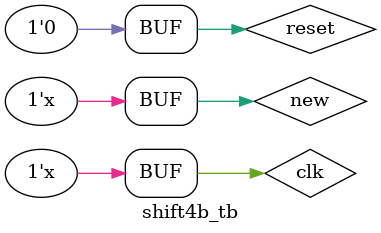
<source format=v>
`timescale 1ns / 1ps


module shift4b_tb;
    reg new, clk, reset;
    wire[3:0] out;
    
shift4b u_shift4b(
.clk(clk), .new(new),.reset(reset), .out(out) );
initial begin
new = 0;
clk = 0;
reset = 1;
#20 reset <= 1'b0;
 #40 reset <= 1'b1;
 #60 reset <= 1'b0;
 #90 reset <= 1'b1;
 #120 reset <= 1'b0;   
end
always clk = #10 ~clk;
always begin
new = #10 ~new;
new = #20 ~new;
new = #40 ~new;
new = #80 ~new;
end

endmodule

</source>
